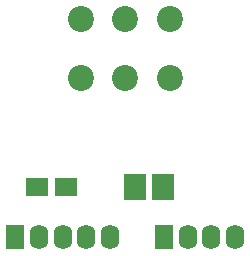
<source format=gbs>
%TF.GenerationSoftware,KiCad,Pcbnew,4.0.4-1.fc24-product*%
%TF.CreationDate,2018-03-01T09:40:41+11:00*%
%TF.ProjectId,BT_STACK,42545F535441434B2E6B696361645F70,rev?*%
%TF.FileFunction,Soldermask,Bot*%
%FSLAX46Y46*%
G04 Gerber Fmt 4.6, Leading zero omitted, Abs format (unit mm)*
G04 Created by KiCad (PCBNEW 4.0.4-1.fc24-product) date Thu Mar  1 09:40:41 2018*
%MOMM*%
%LPD*%
G01*
G04 APERTURE LIST*
%ADD10C,0.100000*%
%ADD11R,1.600000X2.100000*%
%ADD12O,1.600000X2.100000*%
%ADD13R,1.900000X1.650000*%
%ADD14R,1.949400X2.200860*%
%ADD15C,2.200000*%
G04 APERTURE END LIST*
D10*
D11*
X142700000Y-91300000D03*
D12*
X144700000Y-91300000D03*
X146700000Y-91300000D03*
X148700000Y-91300000D03*
X150700000Y-91300000D03*
D11*
X155300000Y-91300000D03*
D12*
X157300000Y-91300000D03*
X159300000Y-91300000D03*
X161300000Y-91300000D03*
D13*
X147000000Y-87000000D03*
X144500000Y-87000000D03*
D14*
X155176020Y-87000000D03*
X152823980Y-87000000D03*
D15*
X155750000Y-72800000D03*
X152000000Y-72800000D03*
X148250000Y-72800000D03*
X155750000Y-77800000D03*
X152000000Y-77800000D03*
X148250000Y-77800000D03*
M02*

</source>
